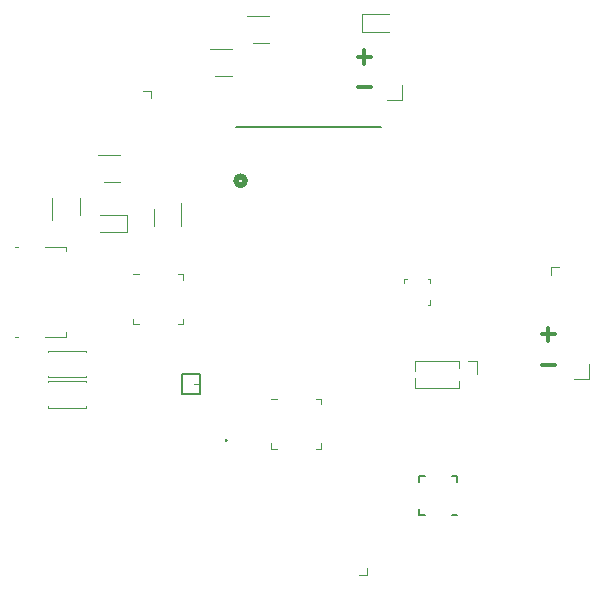
<source format=gbr>
G04 #@! TF.GenerationSoftware,KiCad,Pcbnew,5.1.5-52549c5~84~ubuntu18.04.1*
G04 #@! TF.CreationDate,2020-03-24T02:23:38-04:00*
G04 #@! TF.ProjectId,SwarmBot,53776172-6d42-46f7-942e-6b696361645f,rev?*
G04 #@! TF.SameCoordinates,Original*
G04 #@! TF.FileFunction,Legend,Top*
G04 #@! TF.FilePolarity,Positive*
%FSLAX46Y46*%
G04 Gerber Fmt 4.6, Leading zero omitted, Abs format (unit mm)*
G04 Created by KiCad (PCBNEW 5.1.5-52549c5~84~ubuntu18.04.1) date 2020-03-24 02:23:38*
%MOMM*%
%LPD*%
G04 APERTURE LIST*
%ADD10C,0.300000*%
%ADD11C,0.120000*%
%ADD12C,0.100000*%
%ADD13C,0.508000*%
%ADD14C,0.152400*%
%ADD15C,0.254000*%
%ADD16C,0.127000*%
%ADD17C,0.150000*%
G04 APERTURE END LIST*
D10*
X4178371Y19882657D02*
X5321228Y19882657D01*
X4749800Y19311228D02*
X4749800Y20454085D01*
X4178371Y17317257D02*
X5321228Y17317257D01*
X19748571Y-6177742D02*
X20891428Y-6177742D01*
X19748571Y-3612342D02*
X20891428Y-3612342D01*
X20320000Y-4183771D02*
X20320000Y-3040914D01*
D11*
X7970000Y16230000D02*
X6700000Y16230000D01*
X7970000Y17500000D02*
X7970000Y16230000D01*
X23730000Y-7400000D02*
X22460000Y-7400000D01*
X23730000Y-6130000D02*
X23730000Y-7400000D01*
X14260000Y-5890000D02*
X14260000Y-7000000D01*
X13500000Y-5890000D02*
X14260000Y-5890000D01*
X12740000Y-7563471D02*
X12740000Y-8110000D01*
X12740000Y-5890000D02*
X12740000Y-6436529D01*
X12740000Y-8110000D02*
X8995000Y-8110000D01*
X12740000Y-5890000D02*
X8995000Y-5890000D01*
X8995000Y-7307530D02*
X8995000Y-8110000D01*
X8995000Y-5890000D02*
X8995000Y-6692470D01*
X-15377500Y6505000D02*
X-17662500Y6505000D01*
X-15377500Y5035000D02*
X-15377500Y6505000D01*
X-17662500Y5035000D02*
X-15377500Y5035000D01*
X4575000Y22015000D02*
X6860000Y22015000D01*
X4575000Y23485000D02*
X4575000Y22015000D01*
X6860000Y23485000D02*
X4575000Y23485000D01*
X10325000Y-1110000D02*
X10100000Y-1110000D01*
X10325000Y-710000D02*
X10325000Y-1110000D01*
X10325000Y1110000D02*
X10100000Y1110000D01*
X10325000Y710000D02*
X10325000Y1110000D01*
X8105000Y1110000D02*
X8330000Y1110000D01*
X8105000Y710000D02*
X8105000Y1110000D01*
D12*
X4980000Y-24010000D02*
X4980000Y-23360000D01*
X4330000Y-24010000D02*
X4980000Y-24010000D01*
X20590000Y2090000D02*
X20590000Y1440000D01*
X21240000Y2090000D02*
X20590000Y2090000D01*
X-13310000Y17040000D02*
X-13960000Y17040000D01*
X-13310000Y16390000D02*
X-13310000Y17040000D01*
D13*
X-5349000Y9394600D02*
G75*
G02X-6111000Y9394600I-381000J0D01*
G01*
X-6111000Y9394600D02*
G75*
G02X-5349000Y9394600I381000J0D01*
G01*
D14*
X6131800Y13941200D02*
X-6111000Y13941200D01*
D11*
X-13064980Y6976340D02*
X-13064980Y5576340D01*
X-10744980Y5576340D02*
X-10744980Y7476340D01*
X-7862800Y18245600D02*
X-6462800Y18245600D01*
X-6462800Y20565600D02*
X-8362800Y20565600D01*
X-4713200Y21039600D02*
X-3313200Y21039600D01*
X-3313200Y23359600D02*
X-5213200Y23359600D01*
X-2651000Y-9066000D02*
X-3126000Y-9066000D01*
X1094000Y-13286000D02*
X1094000Y-12811000D01*
X619000Y-13286000D02*
X1094000Y-13286000D01*
X-3126000Y-13286000D02*
X-3126000Y-12811000D01*
X-2651000Y-13286000D02*
X-3126000Y-13286000D01*
X1094000Y-9066000D02*
X1094000Y-9541000D01*
X619000Y-9066000D02*
X1094000Y-9066000D01*
D15*
X-6942280Y-12607900D02*
G75*
G03X-6942280Y-12607900I-37120J0D01*
G01*
D12*
G36*
X-9278620Y-7894320D02*
G01*
X-9659620Y-7894320D01*
X-9659620Y-7767320D01*
X-9278620Y-7767320D01*
X-9278620Y-7894320D01*
G37*
D16*
X-10663620Y-8627320D02*
X-9183620Y-8627320D01*
X-10663620Y-6927320D02*
X-10663620Y-8627320D01*
X-9183620Y-6927320D02*
X-10663620Y-6927320D01*
X-9183620Y-8627320D02*
X-9183620Y-6927320D01*
D11*
X-17337000Y9254000D02*
X-15937000Y9254000D01*
X-15937000Y11574000D02*
X-17837000Y11574000D01*
D17*
X9381000Y-18887600D02*
X9881000Y-18887600D01*
X9381000Y-15637600D02*
X9881000Y-15637600D01*
X12631000Y-15637600D02*
X12131000Y-15637600D01*
X12631000Y-18887600D02*
X12131000Y-18887600D01*
X9381000Y-15637600D02*
X9381000Y-16137600D01*
X12631000Y-15637600D02*
X12631000Y-16137600D01*
X9381000Y-18887600D02*
X9381000Y-18387600D01*
D11*
X-19365500Y6541500D02*
X-19365500Y7941500D01*
X-21685500Y7941500D02*
X-21685500Y6041500D01*
X-14335000Y1475000D02*
X-14810000Y1475000D01*
X-10590000Y-2745000D02*
X-10590000Y-2270000D01*
X-11065000Y-2745000D02*
X-10590000Y-2745000D01*
X-14810000Y-2745000D02*
X-14810000Y-2270000D01*
X-14335000Y-2745000D02*
X-14810000Y-2745000D01*
X-10590000Y1475000D02*
X-10590000Y1000000D01*
X-11065000Y1475000D02*
X-10590000Y1475000D01*
X-22028300Y-9699180D02*
X-22028300Y-9799180D01*
X-18788300Y-9699180D02*
X-18788300Y-9799180D01*
X-22028300Y-9799180D02*
X-18788300Y-9799180D01*
X-22028300Y-7559180D02*
X-22028300Y-7659180D01*
X-18788300Y-7559180D02*
X-18788300Y-7659180D01*
X-22028300Y-7559180D02*
X-18788300Y-7559180D01*
X-22029500Y-7128700D02*
X-22029500Y-7228700D01*
X-18789500Y-7128700D02*
X-18789500Y-7228700D01*
X-22029500Y-7228700D02*
X-18789500Y-7228700D01*
X-22029500Y-4988700D02*
X-22029500Y-5088700D01*
X-18789500Y-4988700D02*
X-18789500Y-5088700D01*
X-22029500Y-4988700D02*
X-18789500Y-4988700D01*
X-24825000Y3810000D02*
X-24565000Y3810000D01*
X-22285000Y3810000D02*
X-20515000Y3810000D01*
X-20515000Y3810000D02*
X-20515000Y3430000D01*
X-20515000Y-3810000D02*
X-22285000Y-3810000D01*
X-24565000Y-3810000D02*
X-24825000Y-3810000D01*
X-20515000Y-3810000D02*
X-20515000Y-3430000D01*
M02*

</source>
